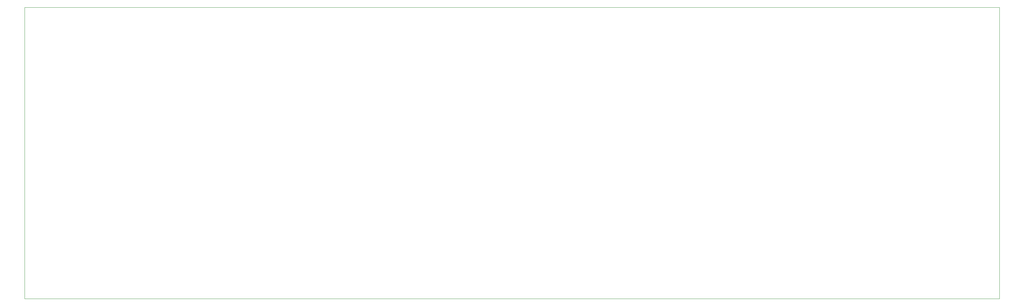
<source format=gm1>
G04 #@! TF.GenerationSoftware,KiCad,Pcbnew,(5.1.4)-1*
G04 #@! TF.CreationDate,2019-12-06T23:42:25+01:00*
G04 #@! TF.ProjectId,JCM800,4a434d38-3030-42e6-9b69-6361645f7063,rev?*
G04 #@! TF.SameCoordinates,Original*
G04 #@! TF.FileFunction,Profile,NP*
%FSLAX46Y46*%
G04 Gerber Fmt 4.6, Leading zero omitted, Abs format (unit mm)*
G04 Created by KiCad (PCBNEW (5.1.4)-1) date 2019-12-06 23:42:25*
%MOMM*%
%LPD*%
G04 APERTURE LIST*
%ADD10C,0.050000*%
G04 APERTURE END LIST*
D10*
X19092000Y-130130000D02*
X19092000Y-52832000D01*
X277622000Y-130130000D02*
X19092000Y-130130000D01*
X277622000Y-52832000D02*
X277622000Y-130130000D01*
X19092000Y-52832000D02*
X277622000Y-52832000D01*
M02*

</source>
